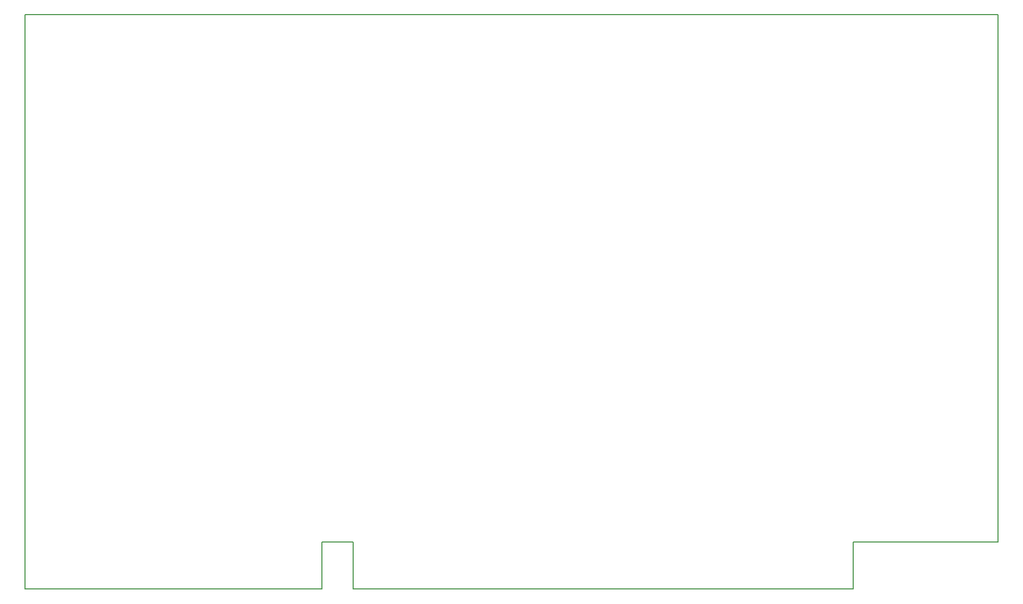
<source format=gbr>
%TF.GenerationSoftware,KiCad,Pcbnew,7.0.2*%
%TF.CreationDate,2024-02-27T21:07:56+01:00*%
%TF.ProjectId,v50_sbc,7635305f-7362-4632-9e6b-696361645f70,rev?*%
%TF.SameCoordinates,Original*%
%TF.FileFunction,Profile,NP*%
%FSLAX46Y46*%
G04 Gerber Fmt 4.6, Leading zero omitted, Abs format (unit mm)*
G04 Created by KiCad (PCBNEW 7.0.2) date 2024-02-27 21:07:56*
%MOMM*%
%LPD*%
G01*
G04 APERTURE LIST*
%TA.AperFunction,Profile*%
%ADD10C,0.150000*%
%TD*%
G04 APERTURE END LIST*
D10*
X169418000Y-129286000D02*
X169418000Y-121666000D01*
X83058000Y-129286000D02*
X83058000Y-121666000D01*
X169418000Y-121666000D02*
X193000000Y-121666000D01*
X83058000Y-121666000D02*
X88138000Y-121666000D01*
X34798000Y-35941000D02*
X193000000Y-35941000D01*
X34798000Y-35941000D02*
X34798000Y-121666000D01*
X193000000Y-121666000D02*
X193000000Y-35941000D01*
X88138000Y-129286000D02*
X169418000Y-129286000D01*
X34798000Y-129286000D02*
X83058000Y-129286000D01*
X88138000Y-121666000D02*
X88138000Y-129286000D01*
X34798000Y-121666000D02*
X34798000Y-129286000D01*
M02*

</source>
